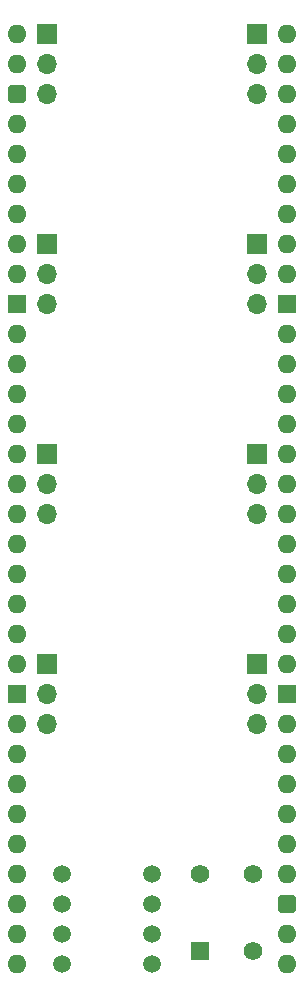
<source format=gbr>
%TF.GenerationSoftware,KiCad,Pcbnew,7.0.5*%
%TF.CreationDate,2023-12-18T11:18:57+02:00*%
%TF.ProjectId,Quad MPU Clock Generator,51756164-204d-4505-9520-436c6f636b20,rev?*%
%TF.SameCoordinates,Original*%
%TF.FileFunction,Soldermask,Bot*%
%TF.FilePolarity,Negative*%
%FSLAX46Y46*%
G04 Gerber Fmt 4.6, Leading zero omitted, Abs format (unit mm)*
G04 Created by KiCad (PCBNEW 7.0.5) date 2023-12-18 11:18:57*
%MOMM*%
%LPD*%
G01*
G04 APERTURE LIST*
G04 Aperture macros list*
%AMRoundRect*
0 Rectangle with rounded corners*
0 $1 Rounding radius*
0 $2 $3 $4 $5 $6 $7 $8 $9 X,Y pos of 4 corners*
0 Add a 4 corners polygon primitive as box body*
4,1,4,$2,$3,$4,$5,$6,$7,$8,$9,$2,$3,0*
0 Add four circle primitives for the rounded corners*
1,1,$1+$1,$2,$3*
1,1,$1+$1,$4,$5*
1,1,$1+$1,$6,$7*
1,1,$1+$1,$8,$9*
0 Add four rect primitives between the rounded corners*
20,1,$1+$1,$2,$3,$4,$5,0*
20,1,$1+$1,$4,$5,$6,$7,0*
20,1,$1+$1,$6,$7,$8,$9,0*
20,1,$1+$1,$8,$9,$2,$3,0*%
G04 Aperture macros list end*
%ADD10R,1.575000X1.575000*%
%ADD11C,1.575000*%
%ADD12C,1.509000*%
%ADD13R,1.700000X1.700000*%
%ADD14O,1.700000X1.700000*%
%ADD15O,1.600000X1.600000*%
%ADD16RoundRect,0.400000X-0.400000X-0.400000X0.400000X-0.400000X0.400000X0.400000X-0.400000X0.400000X0*%
%ADD17R,1.600000X1.600000*%
G04 APERTURE END LIST*
D10*
%TO.C,S2*%
X104430000Y-136040000D03*
D11*
X104430000Y-129540000D03*
X108930000Y-136040000D03*
X108930000Y-129540000D03*
%TD*%
D12*
%TO.C,S1*%
X92710000Y-129540000D03*
X92710000Y-132080000D03*
X92710000Y-134620000D03*
X92710000Y-137160000D03*
X100330000Y-137160000D03*
X100330000Y-134620000D03*
X100330000Y-132080000D03*
X100330000Y-129540000D03*
%TD*%
D13*
%TO.C,J7*%
X109220000Y-93980000D03*
D14*
X109220000Y-96520000D03*
X109220000Y-99060000D03*
%TD*%
D15*
%TO.C,J1*%
X88900000Y-58420000D03*
X88900000Y-60960000D03*
D16*
X88900000Y-63500000D03*
D15*
X88900000Y-66040000D03*
X88900000Y-68580000D03*
X88900000Y-71120000D03*
X88900000Y-73660000D03*
X88900000Y-76200000D03*
X88900000Y-78740000D03*
D17*
X88900000Y-81280000D03*
D15*
X88900000Y-83820000D03*
X88900000Y-86360000D03*
X88900000Y-88900000D03*
X88900000Y-91440000D03*
X88900000Y-93980000D03*
X88900000Y-96520000D03*
X88900000Y-99060000D03*
X88900000Y-101600000D03*
X88900000Y-104140000D03*
X88900000Y-106680000D03*
X88900000Y-109220000D03*
X88900000Y-111760000D03*
D17*
X88900000Y-114300000D03*
D15*
X88900000Y-116840000D03*
X88900000Y-119380000D03*
X88900000Y-121920000D03*
X88900000Y-124460000D03*
X88900000Y-127000000D03*
X88900000Y-129540000D03*
X88900000Y-132080000D03*
X88900000Y-134620000D03*
X88900000Y-137160000D03*
X111760000Y-137160000D03*
X111760000Y-134620000D03*
D16*
X111760000Y-132080000D03*
D15*
X111760000Y-129540000D03*
X111760000Y-127000000D03*
X111760000Y-124460000D03*
X111760000Y-121920000D03*
X111760000Y-119380000D03*
X111760000Y-116840000D03*
D17*
X111760000Y-114300000D03*
D15*
X111760000Y-111760000D03*
X111760000Y-109220000D03*
X111760000Y-106680000D03*
X111760000Y-104140000D03*
X111760000Y-101600000D03*
X111760000Y-99060000D03*
X111760000Y-96520000D03*
X111760000Y-93980000D03*
X111760000Y-91440000D03*
X111760000Y-88900000D03*
X111760000Y-86360000D03*
X111760000Y-83820000D03*
D17*
X111760000Y-81280000D03*
D15*
X111760000Y-78740000D03*
X111760000Y-76200000D03*
X111760000Y-73660000D03*
X111760000Y-71120000D03*
X111760000Y-68580000D03*
X111760000Y-66040000D03*
X111760000Y-63500000D03*
X111760000Y-60960000D03*
X111760000Y-58420000D03*
%TD*%
D13*
%TO.C,J9*%
X109220000Y-111760000D03*
D14*
X109220000Y-114300000D03*
X109220000Y-116840000D03*
%TD*%
D13*
%TO.C,J6*%
X91440000Y-93980000D03*
D14*
X91440000Y-96520000D03*
X91440000Y-99060000D03*
%TD*%
D13*
%TO.C,J5*%
X109220000Y-76200000D03*
D14*
X109220000Y-78740000D03*
X109220000Y-81280000D03*
%TD*%
D13*
%TO.C,J2*%
X91440000Y-58420000D03*
D14*
X91440000Y-60960000D03*
X91440000Y-63500000D03*
%TD*%
D13*
%TO.C,J4*%
X91440000Y-76200000D03*
D14*
X91440000Y-78740000D03*
X91440000Y-81280000D03*
%TD*%
D13*
%TO.C,J3*%
X109220000Y-58420000D03*
D14*
X109220000Y-60960000D03*
X109220000Y-63500000D03*
%TD*%
D13*
%TO.C,J8*%
X91440000Y-111760000D03*
D14*
X91440000Y-114300000D03*
X91440000Y-116840000D03*
%TD*%
M02*

</source>
